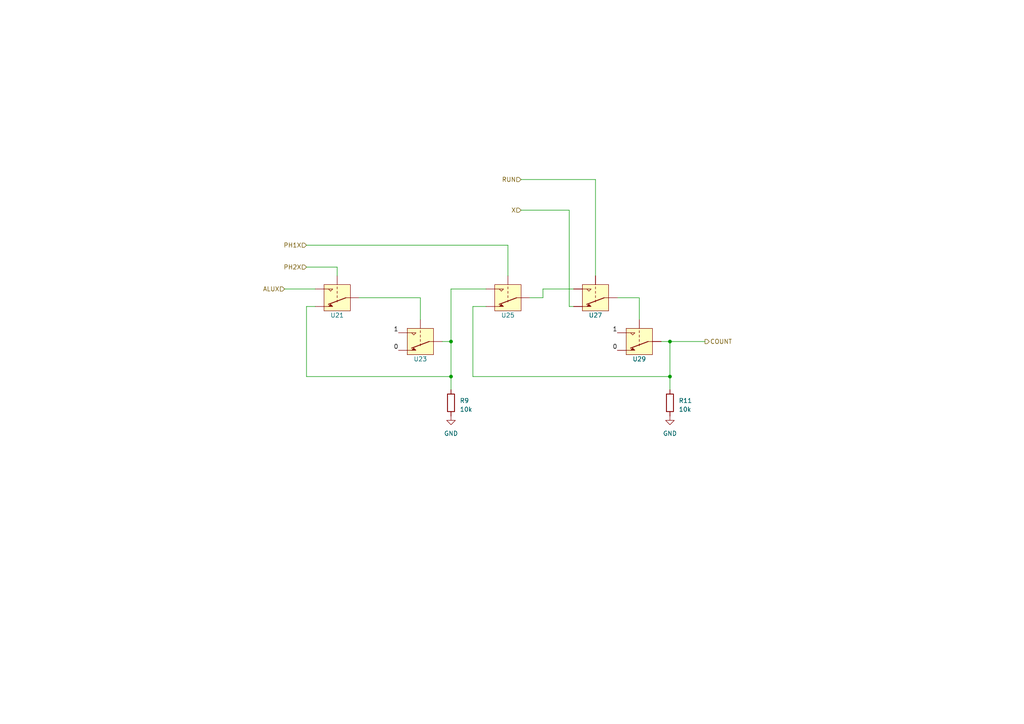
<source format=kicad_sch>
(kicad_sch (version 20230121) (generator eeschema)
  (paper "A4")
  (lib_symbols
    (symbol "Device:R" (pin_numbers hide) (pin_names (offset 0))
      (property "Reference" "R" (at 2.032 0 90))
      (property "Value" "R" (at 0 0 90))
      (symbol "R_0_1"
        (rectangle (start -1.016 -2.54) (end 1.016 2.54) (stroke (width 0.254)))
      )
      (symbol "R_1_1"
        (pin passive line (at 0 3.81 270) (length 1.27) (name "~") (number "1"))
        (pin passive line (at 0 -3.81 90) (length 1.27) (name "~") (number "2"))
      )
    )
    (symbol "MevaLlibreria:1G3157" (pin_numbers hide)
      (property "Reference" "U" (at 0 -5.08 0))
      (symbol "1G3157_0_0"
        (polyline (pts (xy -3.81 2.54) (xy -1.27 2.54) (xy -1.905 1.905) (xy -2.54 2.54)))
      )
      (symbol "1G3157_0_1"
        (rectangle (start -3.81 3.81) (end 3.81 -3.81) (fill (type background)))
        (polyline (pts (xy 0 -0.635) (xy 0 -1.27)))
        (polyline (pts (xy 0 0.635) (xy 0 0)))
        (polyline (pts (xy 0 1.905) (xy 0 1.27)))
        (polyline (pts (xy 0 3.175) (xy 0 2.54)))
        (polyline (pts (xy 2.54 0) (xy -2.54 -1.905)) (stroke (width 0.254)))
        (polyline (pts (xy 3.81 0) (xy 2.54 0)))
        (polyline (pts (xy -3.81 -2.54) (xy -1.27 -2.54) (xy -1.905 -1.905) (xy -2.54 -2.54)) (fill (type outline)))
      )
      (symbol "1G3157_1_1"
        (pin input line (at -6.35 2.54 0) (length 2.54) (name "~") (number "1"))
        (pin power_in line (at 2.54 -2.54 270) (length 2.54) hide (name "GND") (number "2"))
        (pin input line (at -6.35 -2.54 0) (length 2.54) (name "~") (number "3"))
        (pin output line (at 6.35 0 180) (length 2.54) (name "~") (number "4"))
        (pin power_in line (at 2.54 2.54 90) (length 2.54) hide (name "VCC") (number "5"))
        (pin input line (at 0 6.35 270) (length 2.54) (name "~") (number "6"))
      )
    )
    (symbol "power:GND" (power) (pin_names (offset 0))
      (property "Value" "GND" (at 0 -3.81 0))
      (symbol "GND_0_1"
        (polyline (pts (xy 0 0) (xy 0 -1.27) (xy 1.27 -1.27) (xy 0 -2.54) (xy -1.27 -1.27) (xy 0 -1.27)))
      )
      (symbol "GND_1_1"
        (pin power_in line (at 0 0 270) (length 0) hide (name "GND") (number "1"))
      )
    )
  )
  (junction (at 194.31 109.22))
  (junction (at 194.31 99.06))
  (junction (at 130.81 99.06))
  (junction (at 130.81 109.22))
  (wire (pts (xy 165.1 88.9) (xy 166.37 88.9)))
  (wire (pts (xy 88.9 88.9) (xy 91.44 88.9)))
  (wire (pts (xy 157.48 86.36) (xy 157.48 83.82)))
  (wire (pts (xy 82.55 83.82) (xy 91.44 83.82)))
  (wire (pts (xy 191.77 99.06) (xy 194.31 99.06)))
  (wire (pts (xy 104.14 86.36) (xy 121.92 86.36)))
  (wire (pts (xy 172.72 52.07) (xy 172.72 80.01)))
  (wire (pts (xy 151.13 52.07) (xy 172.72 52.07)))
  (wire (pts (xy 130.81 109.22) (xy 88.9 109.22)))
  (wire (pts (xy 194.31 109.22) (xy 194.31 113.03)))
  (wire (pts (xy 88.9 71.12) (xy 147.32 71.12)))
  (wire (pts (xy 137.16 88.9) (xy 140.97 88.9)))
  (wire (pts (xy 130.81 83.82) (xy 140.97 83.82)))
  (wire (pts (xy 130.81 99.06) (xy 130.81 109.22)))
  (wire (pts (xy 157.48 83.82) (xy 166.37 83.82)))
  (wire (pts (xy 128.27 99.06) (xy 130.81 99.06)))
  (wire (pts (xy 137.16 109.22) (xy 137.16 88.9)))
  (wire (pts (xy 153.67 86.36) (xy 157.48 86.36)))
  (wire (pts (xy 88.9 109.22) (xy 88.9 88.9)))
  (wire (pts (xy 194.31 99.06) (xy 194.31 109.22)))
  (wire (pts (xy 97.79 77.47) (xy 97.79 80.01)))
  (wire (pts (xy 147.32 71.12) (xy 147.32 80.01)))
  (wire (pts (xy 137.16 109.22) (xy 194.31 109.22)))
  (wire (pts (xy 194.31 99.06) (xy 204.47 99.06)))
  (wire (pts (xy 130.81 113.03) (xy 130.81 109.22)))
  (wire (pts (xy 121.92 86.36) (xy 121.92 92.71)))
  (wire (pts (xy 130.81 83.82) (xy 130.81 99.06)))
  (wire (pts (xy 165.1 60.96) (xy 165.1 88.9)))
  (wire (pts (xy 88.9 77.47) (xy 97.79 77.47)))
  (wire (pts (xy 185.42 86.36) (xy 185.42 92.71)))
  (wire (pts (xy 151.13 60.96) (xy 165.1 60.96)))
  (wire (pts (xy 185.42 86.36) (xy 179.07 86.36)))
  (label "0" (at 179.07 101.6 180))
  (label "1" (at 115.57 96.52 180))
  (label "0" (at 115.57 101.6 180))
  (label "1" (at 179.07 96.52 180))
  (hierarchical_label "ALUX" (shape input) (at 82.55 83.82 180))
  (hierarchical_label "COUNT" (shape output) (at 204.47 99.06 0))
  (hierarchical_label "RUN" (shape input) (at 151.13 52.07 180))
  (hierarchical_label "X" (shape input) (at 151.13 60.96 180))
  (hierarchical_label "PH2X" (shape input) (at 88.9 77.47 180))
  (hierarchical_label "PH1X" (shape input) (at 88.9 71.12 180))
  (symbol (lib_id "MevaLlibreria:1G3157") (at 147.32 86.36 0) (unit 1)
    (property "Reference" "U25" (at 147.32 91.44 0))
    (property "Value" "1G3157" (effects hide))
    (property "Footprint" "Package_TO_SOT_SMD:SOT-23-6" (effects hide))
    (property "Datasheet" "https://www.ti.com/lit/ds/symlink/sn74lvc1g3157.pdf" (effects hide))
    (property "Sim.Name" "74LVC1G3157" (effects hide))
    (property "Sim.Library" "../SpiceModelsGlobal/AnalogSPDT.txt" (effects hide))
    (property "Sim.Device" "SUBCKT" (effects hide))
    (property "Sim.Pins" "1=1 3=3 4=4 5=5 6=6" (effects hide))
    (property "Manufacturer" "Texas Instruments" (effects hide))
    (property "Part Number" "SN74LVC1G3157DBVR" (effects hide))
    (instances (project "MiniCalc_X" (path "" (reference "U25") (unit 1)) (path "" (reference "U14") (unit 1))))
  )
  (symbol (lib_id "power:GND") (at 194.31 120.65 0) (unit 1)
    (property "Reference" "#PWR07" (effects hide))
    (property "Value" "GND" (at 194.31 125.73 0))
    (instances (project "MiniCalc_X" (path "" (reference "#PWR07") (unit 1)) (path "" (reference "#PWR017") (unit 1))) (project "MiniCalcRunPanel" (path "" (reference "#PWR06") (unit 1)) (path "" (reference "#PWR04") (unit 1))))
  )
  (symbol (lib_id "Device:R") (at 130.81 116.84 0) (unit 1)
    (property "Reference" "R9" (at 133.35 116.205 0) (effects (justify left)))
    (property "Value" "10k" (at 133.35 118.745 0) (effects (justify left)))
    (property "Footprint" "Resistor_SMD:R_0603_1608Metric" (effects hide))
    (instances (project "MiniCalc_X" (path "" (reference "R9") (unit 1)) (path "" (reference "R20") (unit 1))) (project "MiniCalcRunPanel" (path "" (reference "R21") (unit 1)) (path "" (reference "R19") (unit 1))))
  )
  (symbol (lib_id "MevaLlibreria:1G3157") (at 121.92 99.06 0) (unit 1)
    (property "Reference" "U23" (at 121.92 104.14 0))
    (property "Value" "1G3157" (effects hide))
    (property "Footprint" "Package_TO_SOT_SMD:SOT-23-6" (effects hide))
    (property "Datasheet" "https://www.ti.com/lit/ds/symlink/sn74lvc1g3157.pdf" (effects hide))
    (property "Sim.Name" "74LVC1G3157" (effects hide))
    (property "Sim.Library" "../SpiceModelsGlobal/AnalogSPDT.txt" (effects hide))
    (property "Sim.Device" "SUBCKT" (effects hide))
    (property "Sim.Pins" "1=1 3=3 4=4 5=5 6=6" (effects hide))
    (property "Manufacturer" "Texas Instruments" (effects hide))
    (property "Part Number" "SN74LVC1G3157DBVR" (effects hide))
    (instances (project "MiniCalc_X" (path "" (reference "U23") (unit 1)) (path "" (reference "U16") (unit 1))))
  )
  (symbol (lib_id "MevaLlibreria:1G3157") (at 172.72 86.36 0) (unit 1)
    (property "Reference" "U27" (at 172.72 91.44 0))
    (property "Value" "1G3157" (effects hide))
    (property "Footprint" "Package_TO_SOT_SMD:SOT-23-6" (effects hide))
    (property "Datasheet" "https://www.ti.com/lit/ds/symlink/sn74lvc1g3157.pdf" (effects hide))
    (property "Sim.Name" "74LVC1G3157" (effects hide))
    (property "Sim.Library" "../SpiceModelsGlobal/AnalogSPDT.txt" (effects hide))
    (property "Sim.Device" "SUBCKT" (effects hide))
    (property "Sim.Pins" "1=1 3=3 4=4 5=5 6=6" (effects hide))
    (property "Manufacturer" "Texas Instruments" (effects hide))
    (property "Part Number" "SN74LVC1G3157DBVR" (effects hide))
    (instances (project "MiniCalc_X" (path "" (reference "U27") (unit 1)) (path "" (reference "U15") (unit 1))))
  )
  (symbol (lib_id "MevaLlibreria:1G3157") (at 97.79 86.36 0) (unit 1)
    (property "Reference" "U21" (at 97.79 91.44 0))
    (property "Value" "1G3157" (effects hide))
    (property "Footprint" "Package_TO_SOT_SMD:SOT-23-6" (effects hide))
    (property "Datasheet" "https://www.ti.com/lit/ds/symlink/sn74lvc1g3157.pdf" (effects hide))
    (property "Sim.Name" "74LVC1G3157" (effects hide))
    (property "Sim.Library" "../SpiceModelsGlobal/AnalogSPDT.txt" (effects hide))
    (property "Sim.Device" "SUBCKT" (effects hide))
    (property "Sim.Pins" "1=1 3=3 4=4 5=5 6=6" (effects hide))
    (property "Manufacturer" "Texas Instruments" (effects hide))
    (property "Part Number" "SN74LVC1G3157DBVR" (effects hide))
    (instances (project "MiniCalc_X" (path "" (reference "U21") (unit 1)) (path "" (reference "U13") (unit 1))))
  )
  (symbol (lib_id "Device:R") (at 194.31 116.84 0) (unit 1)
    (property "Reference" "R11" (at 196.85 116.205 0) (effects (justify left)))
    (property "Value" "10k" (at 196.85 118.745 0) (effects (justify left)))
    (property "Footprint" "Resistor_SMD:R_0603_1608Metric" (effects hide))
    (instances (project "MiniCalc_X" (path "" (reference "R11") (unit 1)) (path "" (reference "R21") (unit 1))) (project "MiniCalcRunPanel" (path "" (reference "R21") (unit 1)) (path "" (reference "R19") (unit 1))))
  )
  (symbol (lib_id "power:GND") (at 130.81 120.65 0) (unit 1)
    (property "Reference" "#PWR03" (effects hide))
    (property "Value" "GND" (at 130.81 125.73 0))
    (instances (project "MiniCalc_X" (path "" (reference "#PWR03") (unit 1)) (path "" (reference "#PWR016") (unit 1))) (project "MiniCalcRunPanel" (path "" (reference "#PWR06") (unit 1)) (path "" (reference "#PWR04") (unit 1))))
  )
  (symbol (lib_id "MevaLlibreria:1G3157") (at 185.42 99.06 0) (unit 1)
    (property "Reference" "U29" (at 185.42 104.14 0))
    (property "Value" "1G3157" (effects hide))
    (property "Footprint" "Package_TO_SOT_SMD:SOT-23-6" (effects hide))
    (property "Datasheet" "https://www.ti.com/lit/ds/symlink/sn74lvc1g3157.pdf" (effects hide))
    (property "Sim.Name" "74LVC1G3157" (effects hide))
    (property "Sim.Library" "../SpiceModelsGlobal/AnalogSPDT.txt" (effects hide))
    (property "Sim.Device" "SUBCKT" (effects hide))
    (property "Sim.Pins" "1=1 3=3 4=4 5=5 6=6" (effects hide))
    (property "Manufacturer" "Texas Instruments" (effects hide))
    (property "Part Number" "SN74LVC1G3157DBVR" (effects hide))
    (instances (project "MiniCalc_X" (path "" (reference "U29") (unit 1)) (path "" (reference "U17") (unit 1))))
  )
)
</source>
